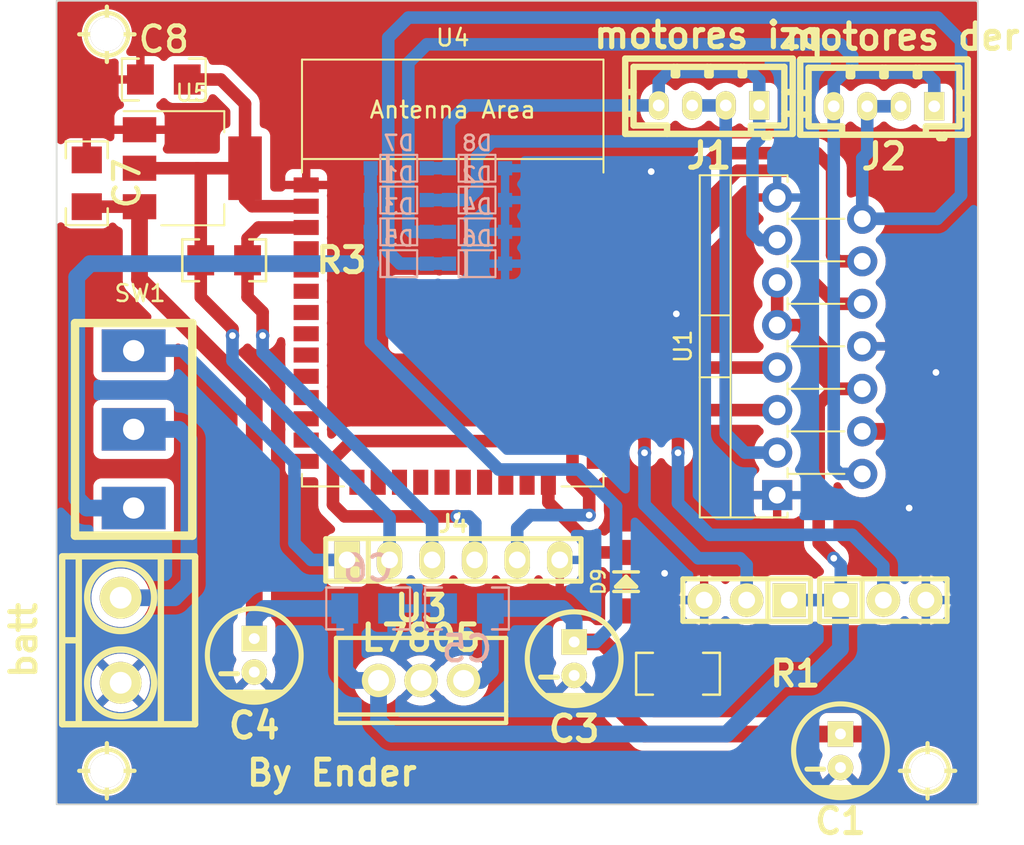
<source format=kicad_pcb>
(kicad_pcb (version 20221018) (generator pcbnew)
  (layers (0 "F.Cu" signal) (31 "B.Cu" signal) (34 "B.Paste" user) (35 "F.Paste" user) (36 "B.SilkS" user "B.Silkscreen") (37 "F.SilkS" user "F.Silkscreen") (38 "B.Mask" user) (39 "F.Mask" user) (44 "Edge.Cuts" user))
  (net 0 "")
  (net 1 "VCC")
  (net 2 "GND")
  (net 3 "+5V")
  (net 4 "+3.3V")
  (net 5 "Net-(D1-A)")
  (net 6 "Net-(D3-A)")
  (net 7 "Net-(D5-A)")
  (net 8 "Net-(D7-A)")
  (net 9 "/salida")
  (net 10 "/TX")
  (net 11 "/EN")
  (net 12 "/RX")
  (net 13 "Net-(SW1-B)")
  (net 14 "/Led_Izq")
  (net 15 "/Led_Der")
  (net 16 "/IN2")
  (net 17 "/IN1")
  (net 18 "/IN4")
  (net 19 "/IN3")
  (net 36 "Net-(D9-K)")
  (net 37 "Net-(D9-A)")
  (net 38 "unconnected-(U4-GND_THERMAL-Pad39)")
  (footprint "EESTN5:TO-220" (layer "F.Cu") (at 61.76 62.6 180)
    (fp_text reference "U3" (at 0 4.318) (layer "F.SilkS") (effects (font (size 1.524 1.524) (thickness 0.3048))))
    (fp_text value "L7805" (at 0 2.54) (layer "F.SilkS") (effects (font (size 1.524 1.524) (thickness 0.3048))))
    (pad "1" thru_hole circle (at -2.54 0 180) (size 2 2) (drill 1.24968) (layers "*.Cu" "*.Mask" "F.SilkS") (net 1 "VCC"))
    (pad "2" thru_hole circle (at 0 0 180) (size 2 2) (drill 1.24968) (layers "*.Cu" "*.Mask" "F.SilkS") (net 2 "GND"))
    (pad "3" thru_hole circle (at 2.54 0 180) (size 2 2) (drill 1.24968) (layers "*.Cu" "*.Mask" "F.SilkS") (net 3 "+5V"))
  )
  (footprint "EESTN5:CAP_ELEC_5x11mm" (layer "F.Cu") (at 51.8 61.1 180)
    (fp_text reference "C4" (at 0 -4.2) (layer "F.SilkS") (effects (font (size 1.524 1.524) (thickness 0.3048))))
    (fp_text value "10uF 16v" hide)
    (pad "1" thru_hole rect (at 0 1 180) (size 1.524 1.524) (drill 0.65) (layers "*.Cu" "*.Mask" "F.SilkS") (net 3 "+5V"))
    (pad "2" thru_hole circle (at 0 -1 180) (size 1.524 1.524) (drill 0.65) (layers "*.Cu" "*.Mask" "F.SilkS") (net 2 "GND"))
  )
  (footprint "EESTN5:SW_SPDT_TH_Vertical" (layer "F.Cu") (at 44.6 47.6)
    (fp_text reference "SW1" (at 0.381 -8.128 180) (layer "F.SilkS"))
    (fp_text value "SW_SPDT" hide)
    (pad "1" thru_hole rect (at 0 -4.7) (size 3.81 2.54) (drill 1.27) (layers "*.Cu" "*.Mask") (net 9 "/salida"))
    (pad "2" thru_hole rect (at 0 0) (size 3.81 2.54) (drill 1.27) (layers "*.Cu" "*.Mask") (net 13 "Net-(SW1-B)"))
    (pad "3" thru_hole rect (at 0 4.7) (size 3.81 2.54) (drill 1.27) (layers "*.Cu" "*.Mask") (net 1 "VCC"))
  )
  (footprint "Package_TO_SOT_THT:TO-220-15_P2.54x2.54mm_StaggerEven_Lead4.58mm_Vertical" (layer "F.Cu") (at 83.02 51.53 90)
    (fp_text reference "U1" (at 8.89 -5.62 90) (layer "F.SilkS"))
    (fp_text value "L298(H)N")
    (pad "1" thru_hole rect (at 0 0 90) (size 1.8 1.8) (drill 1) (layers "*.Cu" "*.Mask") (net 2 "GND"))
    (pad "2" thru_hole oval (at 1.27 5.08 90) (size 1.8 1.8) (drill 1) (layers "*.Cu" "*.Mask") (net 6 "Net-(D3-A)"))
    (pad "3" thru_hole oval (at 2.54 0 90) (size 1.8 1.8) (drill 1) (layers "*.Cu" "*.Mask") (net 5 "Net-(D1-A)"))
    (pad "4" thru_hole oval (at 3.81 5.08 90) (size 1.8 1.8) (drill 1) (layers "*.Cu" "*.Mask") (net 1 "VCC"))
    (pad "5" thru_hole oval (at 5.08 0 90) (size 1.8 1.8) (drill 1) (layers "*.Cu" "*.Mask") (net 16 "/IN2"))
    (pad "6" thru_hole oval (at 6.35 5.08 90) (size 1.8 1.8) (drill 1) (layers "*.Cu" "*.Mask") (net 3 "+5V"))
    (pad "7" thru_hole oval (at 7.62 0 90) (size 1.8 1.8) (drill 1) (layers "*.Cu" "*.Mask") (net 17 "/IN1"))
    (pad "8" thru_hole oval (at 8.89 5.08 90) (size 1.8 1.8) (drill 1) (layers "*.Cu" "*.Mask") (net 2 "GND"))
    (pad "9" thru_hole oval (at 10.16 0 90) (size 1.8 1.8) (drill 1) (layers "*.Cu" "*.Mask") (net 3 "+5V"))
    (pad "10" thru_hole oval (at 11.43 5.08 90) (size 1.8 1.8) (drill 1) (layers "*.Cu" "*.Mask") (net 18 "/IN4"))
    (pad "11" thru_hole oval (at 12.7 0 90) (size 1.8 1.8) (drill 1) (layers "*.Cu" "*.Mask") (net 3 "+5V"))
    (pad "12" thru_hole oval (at 13.97 5.08 90) (size 1.8 1.8) (drill 1) (layers "*.Cu" "*.Mask") (net 19 "/IN3"))
    (pad "13" thru_hole oval (at 15.24 0 90) (size 1.8 1.8) (drill 1) (layers "*.Cu" "*.Mask") (net 8 "Net-(D7-A)"))
    (pad "14" thru_hole oval (at 16.51 5.08 90) (size 1.8 1.8) (drill 1) (layers "*.Cu" "*.Mask") (net 7 "Net-(D5-A)"))
    (pad "15" thru_hole oval (at 17.78 0 90) (size 1.8 1.8) (drill 1) (layers "*.Cu" "*.Mask") (net 2 "GND"))
  )
  (footprint "EESTN5:hole_2mm" (layer "F.Cu") (at 43 24)
    (fp_text reference "hole_2mm" hide)
    (fp_text value "VAL**" hide)
    (pad "1" thru_hole circle (at 0 0) (size 1.99898 1.99898) (drill 1.99898) (layers "*.Cu" "F.SilkS"))
  )
  (footprint "EESTN5:JST-4V" (layer "F.Cu") (at 89.39772 28.3 180)
    (fp_text reference "J2" (at 0 -2.99974) (layer "F.SilkS") (effects (font (size 1.524 1.524) (thickness 0.3048))))
    (fp_text value "motores der" (at -1.1 4.14958) (layer "F.SilkS") (effects (font (size 1.524 1.524) (thickness 0.3048))))
    (pad "1" thru_hole rect (at -3.00228 0 180) (size 1.19888 1.69926) (drill 0.70104) (layers "*.Cu" "*.Mask" "F.SilkS") (net 6 "Net-(D3-A)"))
    (pad "2" thru_hole oval (at -1.00076 0 180) (size 1.19888 1.69926) (drill 0.70104) (layers "*.Cu" "*.Mask" "F.SilkS") (net 7 "Net-(D5-A)"))
    (pad "3" thru_hole oval (at 1.00076 0 180) (size 1.19888 1.69926) (drill 0.70104) (layers "*.Cu" "*.Mask" "F.SilkS") (net 7 "Net-(D5-A)"))
    (pad "4" thru_hole oval (at 2.99974 0 180) (size 1.19888 1.69926) (drill 0.70104) (layers "*.Cu" "*.Mask" "F.SilkS") (net 6 "Net-(D3-A)"))
  )
  (footprint "EESTN5:Pin_Strip_3" (layer "F.Cu") (at 89.36 57.8)
    (fp_text reference "J9" hide)
    (fp_text value "LED_izq" hide)
    (pad "1" thru_hole rect (at -2.54 0) (size 2 2) (drill 1) (layers "*.Cu" "*.Mask" "F.SilkS") (net 3 "+5V"))
    (pad "2" thru_hole oval (at 0 0) (size 2 2) (drill 1) (layers "*.Cu" "*.Mask" "F.SilkS") (net 15 "/Led_Der"))
    (pad "3" thru_hole oval (at 2.54 0) (size 2 2) (drill 1) (layers "*.Cu" "*.Mask" "F.SilkS") (net 2 "GND"))
  )
  (footprint "EESTN5:Pin_Strip_3" (layer "F.Cu") (at 81.2 57.8 180)
    (fp_text reference "J8" hide)
    (fp_text value "LED_izq" hide)
    (pad "1" thru_hole rect (at -2.54 0 180) (size 2 2) (drill 1) (layers "*.Cu" "*.Mask" "F.SilkS") (net 3 "+5V"))
    (pad "2" thru_hole oval (at 0 0 180) (size 2 2) (drill 1) (layers "*.Cu" "*.Mask" "F.SilkS") (net 14 "/Led_Izq"))
    (pad "3" thru_hole oval (at 2.54 0 180) (size 2 2) (drill 1) (layers "*.Cu" "*.Mask" "F.SilkS") (net 2 "GND"))
  )
  (footprint "EESTN5:LED_1206" (layer "F.Cu") (at 74 56.7 90)
    (fp_text reference "D9" (at 0 -1.651 90) (layer "F.SilkS") (effects (font (size 0.8001 0.8001) (thickness 0.14986))))
    (fp_text value "LED" hide)
    (pad "1" smd rect (at -1.74752 0 90) (size 1.4986 1.4986) (layers "F.Cu" "F.Paste" "F.Mask") (net 36 "Net-(D9-K)"))
    (pad "2" smd rect (at 1.74752 0 90) (size 1.4986 1.4986) (layers "F.Cu" "F.Paste" "F.Mask") (net 37 "Net-(D9-A)"))
  )
  (footprint "EESTN5:CAP_ELEC_5x11mm" (layer "F.Cu") (at 86.8 66.8 180)
    (fp_text reference "C1" (at 0 -4.2) (layer "F.SilkS") (effects (font (size 1.524 1.524) (thickness 0.3048))))
    (fp_text value "220uf" hide)
    (pad "1" thru_hole rect (at 0 1 180) (size 1.524 1.524) (drill 0.65) (layers "*.Cu" "*.Mask" "F.SilkS") (net 1 "VCC"))
    (pad "2" thru_hole circle (at 0 -1 180) (size 1.524 1.524) (drill 0.65) (layers "*.Cu" "*.Mask" "F.SilkS") (net 2 "GND"))
  )
  (footprint "EESTN5:hole_2mm" (layer "F.Cu") (at 92 68)
    (fp_text reference "hole_2mm" hide)
    (fp_text value "VAL**" hide)
    (pad "1" thru_hole circle (at 0 0) (size 1.99898 1.99898) (drill 1.99898) (layers "*.Cu" "F.SilkS"))
  )
  (footprint "EESTN5:Pin_Header_6" (layer "F.Cu") (at 63.69 55.4)
    (fp_text reference "J4" (at 0 -2.159) (layer "F.SilkS") (effects (font (size 1.016 1.016) (thickness 0.2032))))
    (fp_text value "esp32 usb y batt" hide)
    (pad "1" thru_hole rect (at -6.35 0) (size 1.524 2.19964) (drill 1.00076) (layers "*.Cu" "*.Mask" "F.SilkS") (net 9 "/salida"))
    (pad "2" thru_hole oval (at -3.81 0) (size 1.524 2.19964) (drill 1.00076) (layers "*.Cu" "*.Mask" "F.SilkS") (net 4 "+3.3V"))
    (pad "3" thru_hole oval (at -1.27 0) (size 1.524 2.19964) (drill 1.00076) (layers "*.Cu" "*.Mask" "F.SilkS") (net 11 "/EN"))
    (pad "4" thru_hole oval (at 1.27 0) (size 1.524 2.19964) (drill 1.00076) (layers "*.Cu" "*.Mask" "F.SilkS") (net 10 "/TX"))
    (pad "5" thru_hole oval (at 3.81 0) (size 1.524 2.19964) (drill 1.00076) (layers "*.Cu" "*.Mask" "F.SilkS") (net 12 "/RX"))
    (pad "6" thru_hole oval (at 6.35 0) (size 1.524 2.19964) (drill 1.00076) (layers "*.Cu" "*.Mask" "F.SilkS") (net 2 "GND"))
  )
  (footprint "EESTN5:BORNERA2_AZUL" (layer "F.Cu") (at 43.82375 60.2 -90)
    (fp_text reference "J6" hide)
    (fp_text value "batt" (at 0 5.8 90) (layer "F.SilkS") (effects (font (size 1.5 1.5) (thickness 0.3))))
    (pad "1" thru_hole circle (at -2.54 0 270) (size 2.5 2.5) (drill 1.3) (layers "*.Cu" "*.Mask" "F.SilkS") (net 13 "Net-(SW1-B)"))
    (pad "2" thru_hole circle (at 2.54 0 270) (size 2.5 2.5) (drill 1.3) (layers "*.Cu" "*.Mask" "F.SilkS") (net 2 "GND"))
  )
  (footprint "EESTN5:C_1206" (layer "F.Cu") (at 46.4 26.7)
    (fp_text reference "C8" (at 0 -2.4) (layer "F.SilkS") (effects (font (size 1.524 1.524) (thickness 0.254))))
    (fp_text value "22uF" hide)
    (pad "1" smd rect (at 1.397 0) (size 1.6002 1.8034) (layers "F.Cu" "F.Paste" "F.Mask") (net 4 "+3.3V"))
    (pad "2" smd rect (at -1.397 0) (size 1.6002 1.8034) (layers "F.Cu" "F.Paste" "F.Mask") (net 2 "GND"))
  )
  (footprint "EESTN5:R_1206" (layer "F.Cu") (at 50.003 37.5 180)
    (fp_text reference "R3" (at -7 0) (layer "F.SilkS") (effects (font (size 1.5 1.5) (thickness 0.3))))
    (fp_text value "10k" hide)
    (pad "1" smd rect (at 1.397 0 180) (size 1.6002 1.8034) (layers "F.Cu" "F.Paste" "F.Mask") (net 4 "+3.3V"))
    (pad "2" smd rect (at -1.397 0 180) (size 1.6002 1.8034) (layers "F.Cu" "F.Paste" "F.Mask") (net 11 "/EN"))
  )
  (footprint "Espressif:ESP32-WROOM-32E" (layer "F.Cu") (at 63.65 40.01)
    (fp_text reference "U4" (at 0 -15.8) (layer "F.SilkS"))
    (fp_text value "ESP32-WROOM-E")
    (fp_text user "Antenna Area" (at 0 -11.5) (layer "F.SilkS"))
    (pad "1" smd rect (at -8.75 -7.01) (size 1.5 0.9) (layers "F.Cu" "F.Paste" "F.Mask") (net 2 "GND"))
    (pad "2" smd rect (at -8.75 -5.74) (size 1.5 0.9) (layers "F.Cu" "F.Paste" "F.Mask") (net 4 "+3.3V"))
    (pad "3" smd rect (at -8.75 -4.47) (size 1.5 0.9) (layers "F.Cu" "F.Paste" "F.Mask") (net 11 "/EN"))
    (pad "4" smd rect (at -8.75 -3.2) (size 1.5 0.9) (layers "F.Cu" "F.Paste" "F.Mask"))
    (pad "5" smd rect (at -8.75 -1.93) (size 1.5 0.9) (layers "F.Cu" "F.Paste" "F.Mask"))
    (pad "6" smd rect (at -8.75 -0.66) (size 1.5 0.9) (layers "F.Cu" "F.Paste" "F.Mask"))
    (pad "7" smd rect (at -8.75 0.61) (size 1.5 0.9) (layers "F.Cu" "F.Paste" "F.Mask"))
    (pad "8" smd rect (at -8.75 1.88) (size 1.5 0.9) (layers "F.Cu" "F.Paste" "F.Mask"))
    (pad "9" smd rect (at -8.75 3.15) (size 1.5 0.9) (layers "F.Cu" "F.Paste" "F.Mask"))
    (pad "10" smd rect (at -8.75 4.42) (size 1.5 0.9) (layers "F.Cu" "F.Paste" "F.Mask"))
    (pad "11" smd rect (at -8.75 5.69) (size 1.5 0.9) (layers "F.Cu" "F.Paste" "F.Mask"))
    (pad "12" smd rect (at -8.75 6.96) (size 1.5 0.9) (layers "F.Cu" "F.Paste" "F.Mask"))
    (pad "13" smd rect (at -8.75 8.23) (size 1.5 0.9) (layers "F.Cu" "F.Paste" "F.Mask"))
    (pad "14" smd rect (at -8.75 9.5) (size 1.5 0.9) (layers "F.Cu" "F.Paste" "F.Mask"))
    (pad "15" smd rect (at -5.72 10.75 90) (size 1.5 0.9) (layers "F.Cu" "F.Paste" "F.Mask") (net 2 "GND"))
    (pad "16" smd rect (at -4.45 10.75 90) (size 1.5 0.9) (layers "F.Cu" "F.Paste" "F.Mask"))
    (pad "17" smd rect (at -3.18 10.75 90) (size 1.5 0.9) (layers "F.Cu" "F.Paste" "F.Mask"))
    (pad "18" smd rect (at -1.91 10.75 90) (size 1.5 0.9) (layers "F.Cu" "F.Paste" "F.Mask"))
    (pad "19" smd rect (at -0.64 10.75 90) (size 1.5 0.9) (layers "F.Cu" "F.Paste" "F.Mask"))
    (pad "20" smd rect (at 0.63 10.75 90) (size 1.5 0.9) (layers "F.Cu" "F.Paste" "F.Mask"))
    (pad "21" smd rect (at 1.9 10.75 90) (size 1.5 0.9) (layers "F.Cu" "F.Paste" "F.Mask"))
    (pad "22" smd rect (at 3.17 10.75 90) (size 1.5 0.9) (layers "F.Cu" "F.Paste" "F.Mask"))
    (pad "23" smd rect (at 4.44 10.75 90) (size 1.5 0.9) (layers "F.Cu" "F.Paste" "F.Mask"))
    (pad "24" smd rect (at 5.71 10.75 90) (size 1.5 0.9) (layers "F.Cu" "F.Paste" "F.Mask") (net 37 "Net-(D9-A)"))
    (pad "25" smd rect (at 8.75 9.5 180) (size 1.5 0.9) (layers "F.Cu" "F.Paste" "F.Mask") (net 2 "GND"))
    (pad "26" smd rect (at 8.75 8.23 180) (size 1.5 0.9) (layers "F.Cu" "F.Paste" "F.Mask"))
    (pad "27" smd rect (at 8.75 6.96 180) (size 1.5 0.9) (layers "F.Cu" "F.Paste" "F.Mask") (net 14 "/Led_Izq"))
    (pad "28" smd rect (at 8.75 5.69 180) (size 1.5 0.9) (layers "F.Cu" "F.Paste" "F.Mask") (net 15 "/Led_Der"))
    (pad "29" smd rect (at 8.75 4.42 180) (size 1.5 0.9) (layers "F.Cu" "F.Paste" "F.Mask"))
    (pad "30" smd rect (at 8.75 3.15 180) (size 1.5 0.9) (layers "F.Cu" "F.Paste" "F.Mask") (net 16 "/IN2"))
    (pad "31" smd rect (at 8.75 1.88 180) (size 1.5 0.9) (layers "F.Cu" "F.Paste" "F.Mask") (net 17 "/IN1"))
    (pad "32" smd rect (at 8.75 0.61 180) (size 1.5 0.9) (layers "F.Cu" "F.Paste" "F.Mask"))
    (pad "33" smd rect (at 8.75 -0.66 180) (size 1.5 0.9) (layers "F.Cu" "F.Paste" "F.Mask") (net 18 "/IN4"))
    (pad "34" smd rect (at 8.75 -1.93 180) (size 1.5 0.9) (layers "F.Cu" "F.Paste" "F.Mask") (net 12 "/RX"))
    (pad "35" smd rect (at 8.75 -3.2 180) (size 1.5 0.9) (layers "F.Cu" "F.Paste" "F.Mask") (net 10 "/TX"))
    (pad "36" smd rect (at 8.75 -4.47 180) (size 1.5 0.9) (layers "F.Cu" "F.Paste" "F.Mask") (net 19 "/IN3"))
    (pad "37" smd rect (at 8.75 -5.74 180) (size 1.5 0.9) (layers "F.Cu" "F.Paste" "F.Mask"))
    (pad "38" smd rect (at 8.75 -7.01 180) (size 1.5 0.9) (layers "F.Cu" "F.Paste" "F.Mask") (net 2 "GND"))
    (pad "39" smd rect (at -2.9 -0.69 180) (size 0.9 0.9) (layers "F.Cu" "F.Paste" "F.Mask") (net 38 "unconnected-(U4-GND_THERMAL-Pad39)"))
    (pad "39" smd rect (at -2.9 0.71 180) (size 0.9 0.9) (layers "F.Cu" "F.Paste" "F.Mask") (net 38 "unconnected-(U4-GND_THERMAL-Pad39)"))
    (pad "39" smd rect (at -2.9 2.11 180) (size 0.9 0.9) (layers "F.Cu" "F.Paste" "F.Mask") (net 38 "unconnected-(U4-GND_THERMAL-Pad39)"))
    (pad "39" smd rect (at -1.5 -0.69 180) (size 0.9 0.9) (layers "F.Cu" "F.Paste" "F.Mask") (net 38 "unconnected-(U4-GND_THERMAL-Pad39)"))
    (pad "39" smd rect (at -1.5 0.71 180) (size 0.9 0.9) (layers "F.Cu" "F.Paste" "F.Mask") (net 38 "unconnected-(U4-GND_THERMAL-Pad39)"))
    (pad "39" smd rect (at -1.5 2.11 180) (size 0.9 0.9) (layers "F.Cu" "F.Paste" "F.Mask") (net 38 "unconnected-(U4-GND_THERMAL-Pad39)"))
    (pad "39" smd rect (at -0.1 -0.69 180) (size 0.9 0.9) (layers "F.Cu" "F.Paste" "F.Mask") (net 38 "unconnected-(U4-GND_THERMAL-Pad39)"))
    (pad "39" smd rect (at -0.1 0.71 180) (size 0.9 0.9) (layers "F.Cu" "F.Paste" "F.Mask") (net 38 "unconnected-(U4-GND_THERMAL-Pad39)"))
    (pad "39" smd rect (at -0.1 2.11 180) (size 0.9 0.9) (layers "F.Cu" "F.Paste" "F.Mask") (net 38 "unconnected-(U4-GND_THERMAL-Pad39)"))
  )
  (footprint "Package_TO_SOT_SMD:SOT-223-3_TabPin2" (layer "F.Cu") (at 48.1 32)
    (fp_text reference "U5" (at 0 -4.5) (layer "F.SilkS"))
    (fp_text value "AMS1117-3.3")
    (pad "1" smd rect (at -3.15 -2.3) (size 2 1.5) (layers "F.Cu" "F.Paste" "F.Mask") (net 2 "GND"))
    (pad "2" smd rect (at -3.15 0) (size 2 1.5) (layers "F.Cu" "F.Paste" "F.Mask") (net 4 "+3.3V"))
    (pad "2" smd rect (at 3.15 0) (size 2 3.8) (layers "F.Cu" "F.Paste" "F.Mask") (net 4 "+3.3V"))
    (pad "3" smd rect (at -3.15 2.3) (size 2 1.5) (layers "F.Cu" "F.Paste" "F.Mask") (net 3 "+5V"))
  )
  (footprint "EESTN5:JST-4V" (layer "F.Cu") (at 78.94873 28.24899 180)
    (fp_text reference "J1" (at 0 -2.99974) (layer "F.SilkS") (effects (font (size 1.524 1.524) (thickness 0.3048))))
    (fp_text value "motores izq" (at 0 4.20116) (layer "F.SilkS") (effects (font (size 1.524 1.524) (thickness 0.3048))))
    (pad "1" thru_hole rect (at -3.00228 0 180) (size 1.19888 1.69926) (drill 0.70104) (layers "*.Cu" "*.Mask" "F.SilkS") (net 8 "Net-(D7-A)"))
    (pad "2" thru_hole oval (at -1.00076 0 180) (size 1.19888 1.69926) (drill 0.70104) (layers "*.Cu" "*.Mask" "F.SilkS") (net 5 "Net-(D1-A)"))
    (pad "3" thru_hole oval (at 1.00076 0 180) (size 1.19888 1.69926) (drill 0.70104) (layers "*.Cu" "*.Mask" "F.SilkS") (net 5 "Net-(D1-A)"))
    (pad "4" thru_hole oval (at 2.99974 0 180) (size 1.19888 1.69926) (drill 0.70104) (layers "*.Cu" "*.Mask" "F.SilkS") (net 8 "Net-(D7-A)"))
  )
  (footprint "EESTN5:hole_2mm" (layer "F.Cu") (at 43 68)
    (fp_text reference "hole_2mm" hide)
    (fp_text value "VAL**" hide)
    (pad "1" thru_hole circle (at 0 0) (size 1.99898 1.99898) (drill 1.99898) (layers "*.Cu" "F.SilkS"))
  )
  (footprint "EESTN5:R_1206" (layer "F.Cu") (at 77.1 62.2 180)
    (fp_text reference "R1" (at -7 0) (layer "F.SilkS") (effects (font (size 1.5 1.5) (thickness 0.3))))
    (fp_text value "220" hide)
    (pad "1" smd rect (at 1.397 0 180) (size 1.6002 1.8034) (layers "F.Cu" "F.Paste" "F.Mask") (net 36 "Net-(D9-K)"))
    (pad "2" smd rect (at -1.397 0 180) (size 1.6002 1.8034) (layers "F.Cu" "F.Paste" "F.Mask") (net 2 "GND"))
  )
  (footprint "EESTN5:CAP_ELEC_5x11mm" (layer "F.Cu") (at 70.9 61.3 180)
    (fp_text reference "C3" (at 0 -4.2) (layer "F.SilkS") (effects (font (size 1.524 1.524) (thickness 0.3048))))
    (fp_text value "100uF 25v" hide)
    (pad "1" thru_hole rect (at 0 1 180) (size 1.524 1.524) (drill 0.65) (layers "*.Cu" "*.Mask" "F.SilkS") (net 1 "VCC"))
    (pad "2" thru_hole circle (at 0 -1 180) (size 1.524 1.524) (drill 0.65) (layers "*.Cu" "*.Mask" "F.SilkS") (net 2 "GND"))
  )
  (footprint "EESTN5:C_1206" (layer "F.Cu") (at 41.8 32.9 -90)
    (fp_text reference "C7" (at 0 -2.4 90) (layer "F.SilkS") (effects (font (size 1.524 1.524) (thickness 0.254))))
    (fp_text value "10uF" hide)
    (pad "1" smd rect (at 1.397 0 270) (size 1.6002 1.8034) (layers "F.Cu" "F.Paste" "F.Mask") (net 3 "+5V"))
    (pad "2" smd rect (at -1.397 0 270) (size 1.6002 1.8034) (layers "F.Cu" "F.Paste" "F.Mask") (net 2 "GND"))
  )
  (footprint "EESTN5:sod123" (layer "B.Cu") (at 60.42614 35.8 180)
    (fp_text reference "D3" (at 0 1.5) (layer "B.SilkS") (effects (font (size 0.9144 0.9144) (thickness 0.1524)) (justify mirror)))
    (fp_text value "1n4001" hide)
    (pad "1" smd rect (at -1.67386 0 180) (size 0.8509 0.8509) (layers "B.Cu" "B.Paste" "B.Mask") (net 6 "Net-(D3-A)"))
    (pad "2" smd rect (at 1.67386 0 180) (size 0.8509 0.8509) (layers "B.Cu" "B.Paste" "B.Mask") (net 1 "VCC"))
  )
  (footprint "EESTN5:sod123" (layer "B.Cu") (at 60.42614 32 180)
    (fp_text reference "D7" (at 0 1.5) (layer "B.SilkS") (effects (font (size 0.9144 0.9144) (thickness 0.1524)) (justify mirror)))
    (fp_text value "1n4001" hide)
    (pad "1" smd rect (at -1.67386 0 180) (size 0.8509 0.8509) (layers "B.Cu" "B.Paste" "B.Mask") (net 8 "Net-(D7-A)"))
    (pad "2" smd rect (at 1.67386 0 180) (size 0.8509 0.8509) (layers "B.Cu" "B.Paste" "B.Mask") (net 1 "VCC"))
  )
  (footprint "EESTN5:sod123" (layer "B.Cu") (at 60.42614 33.9 180)
    (fp_text reference "D1" (at 0 1.5) (layer "B.SilkS") (effects (font (size 0.9144 0.9144) (thickness 0.1524)) (justify mirror)))
    (fp_text value "1n4001" hide)
    (pad "1" smd rect (at -1.67386 0 180) (size 0.8509 0.8509) (layers "B.Cu" "B.Paste" "B.Mask") (net 5 "Net-(D1-A)"))
    (pad "2" smd rect (at 1.67386 0 180) (size 0.8509 0.8509) (layers "B.Cu" "B.Paste" "B.Mask") (net 1 "VCC"))
  )
  (footprint "EESTN5:sod123" (layer "B.Cu") (at 65.1 37.7 180)
    (fp_text reference "D6" (at 0 1.5) (layer "B.SilkS") (effects (font (size 0.9144 0.9144) (thickness 0.1524)) (justify mirror)))
    (fp_text value "1n4001" hide)
    (pad "1" smd rect (at -1.67386 0 180) (size 0.8509 0.8509) (layers "B.Cu" "B.Paste" "B.Mask") (net 2 "GND"))
    (pad "2" smd rect (at 1.67386 0 180) (size 0.8509 0.8509) (layers "B.Cu" "B.Paste" "B.Mask") (net 7 "Net-(D5-A)"))
  )
  (footprint "EESTN5:C_1206" (layer "B.Cu") (at 64.5 58.3)
    (fp_text reference "C5" (at 0 2.4) (layer "B.SilkS") (effects (font (size 1.524 1.524) (thickness 0.254)) (justify mirror)))
    (fp_text value "100nF" hide)
    (pad "1" smd rect (at 1.397 0) (size 1.6002 1.8034) (layers "B.Cu" "B.Paste" "B.Mask") (net 1 "VCC"))
    (pad "2" smd rect (at -1.397 0) (size 1.6002 1.8034) (layers "B.Cu" "B.Paste" "B.Mask") (net 2 "GND"))
  )
  (footprint "EESTN5:sod123" (layer "B.Cu") (at 65.1 33.9 180)
    (fp_text reference "D2" (at 0 1.5) (layer "B.SilkS") (effects (font (size 0.9144 0.9144) (thickness 0.1524)) (justify mirror)))
    (fp_text value "1n4001" hide)
    (pad "1" smd rect (at -1.67386 0 180) (size 0.8509 0.8509) (layers "B.Cu" "B.Paste" "B.Mask") (net 2 "GND"))
    (pad "2" smd rect (at 1.67386 0 180) (size 0.8509 0.8509) (layers "B.Cu" "B.Paste" "B.Mask") (net 5 "Net-(D1-A)"))
  )
  (footprint "EESTN5:sod123" (layer "B.Cu") (at 60.42614 37.7 180)
    (fp_text reference "D5" (at 0 1.5) (layer "B.SilkS") (effects (font (size 0.9144 0.9144) (thickness 0.1524)) (justify mirror)))
    (fp_text value "1n4001" hide)
    (pad "1" smd rect (at -1.67386 0 180) (size 0.8509 0.8509) (layers "B.Cu" "B.Paste" "B.Mask") (net 7 "Net-(D5-A)"))
    (pad "2" smd rect (at 1.67386 0 180) (size 0.8509 0.8509) (layers "B.Cu" "B.Paste" "B.Mask") (net 1 "VCC"))
  )
  (footprint "EESTN5:sod123" (layer "B.Cu") (at 65.1 32 180)
    (fp_text reference "D8" (at 0 1.5) (layer "B.SilkS") (effects (font (size 0.9144 0.9144) (thickness 0.1524)) (justify mirror)))
    (fp_text value "1n4001" hide)
    (pad "1" smd rect (at -1.67386 0 180) (size 0.8509 0.8509) (layers "B.Cu" "B.Paste" "B.Mask") (net 2 "GND"))
    (pad "2" smd rect (at 1.67386 0 180) (size 0.8509 0.8509) (layers "B.Cu" "B.Paste" "B.Mask") (net 8 "Net-(D7-A)"))
  )
  (footprint "EESTN5:C_1206" (layer "B.Cu") (at 58.6 58.3 180)
    (fp_text reference "C6" (at 0 2.4) (layer "B.SilkS") (effects (font (size 1.524 1.524) (thickness 0.254)) (justify mirror)))
    (fp_text value "100nF" hide)
    (pad "1" smd rect (at 1.397 0 180) (size 1.6002 1.8034) (layers "B.Cu" "B.Paste" "B.Mask") (net 3 "+5V"))
    (pad "2" smd rect (at -1.397 0 180) (size 1.6002 1.8034) (layers "B.Cu" "B.Paste" "B.Mask") (net 2 "GND"))
  )
  (footprint "EESTN5:sod123" (layer "B.Cu") (at 65.1 35.8 180)
    (fp_text reference "D4" (at 0 1.5) (layer "B.SilkS") (effects (font (size 0.9144 0.9144) (thickness 0.1524)) (justify mirror)))
    (fp_text value "1n4001" hide)
    (pad "1" smd rect (at -1.67386 0 180) (size 0.8509 0.8509) (layers "B.Cu" "B.Paste" "B.Mask") (net 2 "GND"))
    (pad "2" smd rect (at 1.67386 0 180) (size 0.8509 0.8509) (layers "B.Cu" "B.Paste" "B.Mask") (net 6 "Net-(D3-A)"))
  )
  (gr_rect (start 40 22) (end 95 70) (stroke (width 0.1)) (fill none) (layer "Edge.Cuts"))
  (gr_text "By Ender" (at 51.2 69) (layer "F.SilkS") (effects (font (size 1.5 1.5) (thickness 0.3) bold) (justify left bottom)))
  (segment (start 72.6 60.3) (end 73.6 61.3) (width 1) (layer "F.Cu") (net 1))
  (segment (start 73.6 64.3) (end 75.1 65.8) (width 1) (layer "F.Cu") (net 1))
  (segment (start 86.8 65.8) (end 89.8 65.8) (width 1) (layer "F.Cu") (net 1))
  (segment (start 70.9 60.3) (end 72.6 60.3) (width 1) (layer "F.Cu") (net 1))
  (segment (start 92.82 47.72) (end 88.1 47.72) (width 1) (layer "F.Cu") (net 1))
  (segment (start 89.8 65.8) (end 94.2 61.4) (width 1) (layer "F.Cu") (net 1))
  (segment (start 94.2 61.4) (end 94.2 49.1) (width 1) (layer "F.Cu") (net 1))
  (segment (start 73.6 61.3) (end 73.6 64.3) (width 1) (layer "F.Cu") (net 1))
  (segment (start 94.2 49.1) (end 92.82 47.72) (width 1) (layer "F.Cu") (net 1))
  (segment (start 75.1 65.8) (end 86.8 65.8) (width 1) (layer "F.Cu") (net 1))
  (segment (start 64.3 62.6) (end 65.3 62.6) (width 1) (layer "B.Cu") (net 1))
  (segment (start 73.4 59.1) (end 72.2 60.3) (width 0.75) (layer "B.Cu") (net 1))
  (segment (start 42 37.7) (end 41.2 38.5) (width 1) (layer "B.Cu") (net 1))
  (segment (start 41.8 52.3) (end 44.6 52.3) (width 1) (layer "B.Cu") (net 1))
  (segment (start 58.75228 42.35228) (end 66.4 50) (width 0.75) (layer "B.Cu") (net 1))
  (segment (start 66.4 50) (end 71.2 50) (width 0.75) (layer "B.Cu") (net 1))
  (segment (start 58.75228 37.7) (end 58.75228 42.35228) (width 0.75) (layer "B.Cu") (net 1))
  (segment (start 70.9 59) (end 70.9 60.3) (width 1) (layer "B.Cu") (net 1))
  (segment (start 41.2 51.7) (end 41.8 52.3) (width 1) (layer "B.Cu") (net 1))
  (segment (start 70.2 58.3) (end 70.9 59) (width 1) (layer "B.Cu") (net 1))
  (segment (start 41.2 38.5) (end 41.2 51.7) (width 1) (layer "B.Cu") (net 1))
  (segment (start 73.4 52.2) (end 73.4 59.1) (width 0.75) (layer "B.Cu") (net 1))
  (segment (start 65.897 58.3) (end 70.2 58.3) (width 1) (layer "B.Cu") (net 1))
  (segment (start 65.897 62.003) (end 65.897 58.3) (width 1) (layer "B.Cu") (net 1))
  (segment (start 65.3 62.6) (end 65.897 62.003) (width 1) (layer "B.Cu") (net 1))
  (segment (start 71.2 50) (end 73.4 52.2) (width 0.75) (layer "B.Cu") (net 1))
  (segment (start 58.75228 37.7) (end 58.75228 32) (width 0.75) (layer "B.Cu") (net 1))
  (segment (start 58.75228 37.7) (end 42 37.7) (width 1) (layer "B.Cu") (net 1))
  (segment (start 72.2 60.3) (end 70.9 60.3) (width 0.75) (layer "B.Cu") (net 1))
  (via (at 77 40.7) (size 0.8) (drill 0.4) (layers "F.Cu" "B.Cu") (net 2))
  (via (at 76.3 56.2) (size 0.8) (drill 0.4) (layers "F.Cu" "B.Cu") (net 2))
  (via (at 75.5 32.2) (size 0.8) (drill 0.4) (layers "F.Cu" "B.Cu") (net 2))
  (via (at 90.9 52.3) (size 0.8) (drill 0.4) (layers "F.Cu" "B.Cu") (net 2))
  (via (at 92.5 44.2) (size 0.8) (drill 0.4) (layers "F.Cu" "B.Cu") (net 2))
  (segment (start 85.7 44.5) (end 86.38 45.18) (width 0.75) (layer "F.Cu") (net 3))
  (segment (start 41.8 34.297) (end 44.947 34.297) (width 0.75) (layer "F.Cu") (net 3))
  (segment (start 44.95 34.3) (end 44.95 38.65) (width 1) (layer "F.Cu") (net 3))
  (segment (start 83.02 41.37) (end 83.02 38.83) (width 0.75) (layer "F.Cu") (net 3))
  (segment (start 86.42 45.18) (end 88.1 45.18) (width 0.75) (layer "F.Cu") (net 3))
  (segment (start 44.95 38.65) (end 51.8 45.5) (width 1) (layer "F.Cu") (net 3))
  (segment (start 86.4 55.3) (end 85.5 54.4) (width 0.75) (layer "F.Cu") (net 3))
  (segment (start 84.37 41.37) (end 85.7 42.7) (width 0.75) (layer "F.Cu") (net 3))
  (segment (start 44.947 34.297) (end 44.95 34.3) (width 0.75) (layer "F.Cu") (net 3))
  (segment (start 85.7 42.7) (end 85.7 44.5) (width 0.75) (layer "F.Cu") (net 3))
  (segment (start 85.5 46.1) (end 86.42 45.18) (width 0.75) (layer "F.Cu") (net 3))
  (segment (start 86.38 45.18) (end 88.1 45.18) (width 0.75) (layer "F.Cu") (net 3))
  (segment (start 85.5 54.4) (end 85.5 46.1) (width 0.75) (layer "F.Cu") (net 3))
  (segment (start 83.02 41.37) (end 84.37 41.37) (width 0.75) (layer "F.Cu") (net 3))
  (segment (start 51.8 45.5) (end 51.8 60.1) (width 1) (layer "F.Cu") (net 3))
  (via (at 86.4 55.3) (size 0.8) (drill 0.4) (layers "F.Cu" "B.Cu") (net 3))
  (segment (start 86.4 55.3) (end 86.82 55.72) (width 0.75) (layer "B.Cu") (net 3))
  (segment (start 59.22 65.02) (end 60 65.8) (width 1) (layer "B.Cu") (net 3))
  (segment (start 57.203 62.003) (end 57.203 58.3) (width 1) (layer "B.Cu") (net 3))
  (segment (start 59.22 62.6) (end 57.8 62.6) (width 1) (layer "B.Cu") (net 3))
  (segment (start 83.74 57.8) (end 86.82 57.8) (width 0.75) (layer "B.Cu") (net 3))
  (segment (start 85 62.5) (end 86.8 60.7) (width 1) (layer "B.Cu") (net 3))
  (segment (start 83.3 62.5) (end 85 62.5) (width 1) (layer "B.Cu") (net 3))
  (segment (start 51.8 58.9) (end 51.8 60.1) (width 1) (layer "B.Cu") (net 3))
  (segment (start 60 65.8) (end 80 65.8) (width 1) (layer "B.Cu") (net 3))
  (segment (start 86.8 60.7) (end 86.8 57.82) (width 1) (layer "B.Cu") (net 3))
  (segment (start 57.8 62.6) (end 57.203 62.003) (width 1) (layer "B.Cu") (net 3))
  (segment (start 52.4 58.3) (end 51.8 58.9) (width 1) (layer "B.Cu") (net 3))
  (segment (start 86.82 55.72) (end 86.82 57.8) (width 0.75) (layer "B.Cu") (net 3))
  (segment (start 80 65.8) (end 83.3 62.5) (width 1) (layer "B.Cu") (net 3))
  (segment (start 59.22 62.6) (end 59.22 65.02) (width 1) (layer "B.Cu") (net 3))
  (segment (start 86.8 57.82) (end 86.82 57.8) (width 1) (layer "B.Cu") (net 3))
  (segment (start 57.203 58.3) (end 52.4 58.3) (width 1) (layer "B.Cu") (net 3))
  (segment (start 51.25 33.85) (end 51.25 32) (width 0.75) (layer "F.Cu") (net 4))
  (segment (start 48.606 32.206) (end 48.606 37.5) (width 0.75) (layer "F.Cu") (net 4))
  (segment (start 54.9 34.27) (end 51.67 34.27) (width 0.75) (layer "F.Cu") (net 4))
  (segment (start 51.25 32) (end 51.25 28.15) (width 0.75) (layer "F.Cu") (net 4))
  (segment (start 48.606 39.706) (end 48.606 37.5) (width 0.75) (layer "F.Cu") (net 4))
  (segment (start 44.95 32) (end 48.4 32) (width 0.75) (layer "F.Cu") (net 4))
  (segment (start 48.4 32) (end 51.25 32) (width 0.75) (layer "F.Cu") (net 4))
  (segment (start 51.25 28.15) (end 49.8 26.7) (width 0.75) (layer "F.Cu") (net 4))
  (segment (start 50.5 41.6) (end 48.606 39.706) (width 0.75) (layer "F.Cu") (net 4))
  (segment (start 51.67 34.27) (end 51.25 33.85) (width 0.75) (layer "F.Cu") (net 4))
  (segment (start 50.5 42) (end 50.5 41.6) (width 0.75) (layer "F.Cu") (net 4))
  (segment (start 48.4 32) (end 48.606 32.206) (width 0.75) (layer "F.Cu") (net 4))
  (segment (start 49.8 26.7) (end 47.797 26.7) (width 0.75) (layer "F.Cu") (net 4))
  (via (at 50.5 42) (size 0.8) (drill 0.4) (layers "F.Cu" "B.Cu") (net 4))
  (segment (start 59.88 55.4) (end 59.88 52.88) (width 0.75) (layer "B.Cu") (net 4))
  (segment (start 50.5 43.5) (end 50.5 42) (width 0.75) (layer "B.Cu") (net 4))
  (segment (start 59.88 52.88) (end 50.5 43.5) (width 0.75) (layer "B.Cu") (net 4))
  (segment (start 79.94949 30.2) (end 79.94949 31.8) (width 0.75) (layer "B.Cu") (net 5))
  (segment (start 79.94949 28.24899) (end 79.94949 30.2) (width 0.75) (layer "B.Cu") (net 5))
  (segment (start 79.94949 47.84949) (end 81.09 48.99) (width 0.75) (layer "B.Cu") (net 5))
  (segment (start 79.74949 30.4) (end 79.94949 30.2) (width 0.75) (layer "B.Cu") (net 5))
  (segment (start 64.5 33.9) (end 65.1 33.3) (width 0.75) (layer "B.Cu") (net 5))
  (segment (start 77.94797 28.24899) (end 79.94949 28.24899) (width 0.75) (layer "B.Cu") (net 5))
  (segment (start 79.94949 31.8) (end 79.94949 47.84949) (width 0.75) (layer "B.Cu") (net 5))
  (segment (start 63.42614 33.9) (end 64.5 33.9) (width 0.75) (layer "B.Cu") (net 5))
  (segment (start 62.1 33.9) (end 63.42614 33.9) (width 0.75) (layer "B.Cu") (net 5))
  (segment (start 65.1 31.3) (end 66 30.4) (width 0.75) (layer "B.Cu") (net 5))
  (segment (start 81.09 48.99) (end 83.02 48.99) (width 0.75) (layer "B.Cu") (net 5))
  (segment (start 65.1 33.3) (end 65.1 31.3) (width 0.75) (layer "B.Cu") (net 5))
  (segment (start 66 30.4) (end 79.74949 30.4) (width 0.75) (layer "B.Cu") (net 5))
  (segment (start 86.39798 49.89798) (end 86.39798 28.3) (width 0.75) (layer "B.Cu") (net 6))
  (segment (start 92.4 26.8) (end 92.4 28.3) (width 0.75) (layer "B.Cu") (net 6))
  (segment (start 86.39798 28.3) (end 86.39798 26.90202) (width 0.75) (layer "B.Cu") (net 6))
  (segment (start 62.1 24.6) (end 86.8 24.6) (width 0.75) (layer "B.Cu") (net 6))
  (segment (start 86.8 24.6) (end 87.5 25.3) (width 0.75) (layer "B.Cu") (net 6))
  (segment (start 86.39798 26.90202) (end 87 26.3) (width 0.75) (layer "B.Cu") (net 6))
  (segment (start 61.2 35.8) (end 61 35.6) (width 0.75) (layer "B.Cu") (net 6))
  (segment (start 86.76 50.26) (end 86.39798 49.89798) (width 0.75) (layer "B.Cu") (net 6))
  (segment (start 91.9 26.3) (end 92.4 26.8) (width 0.75) (layer "B.Cu") (net 6))
  (segment (start 62.1 35.8) (end 61.2 35.8) (width 0.75) (layer "B.Cu") (net 6))
  (segment (start 87.5 26.3) (end 91.9 26.3) (width 0.75) (layer "B.Cu") (net 6))
  (segment (start 62.1 35.8) (end 63.42614 35.8) (width 0.75) (layer "B.Cu") (net 6))
  (segment (start 61 35.6) (end 61 25.7) (width 0.75) (layer "B.Cu") (net 6))
  (segment (start 87.5 25.3) (end 87.5 26.3) (width 0.75) (layer "B.Cu") (net 6))
  (segment (start 88.1 50.26) (end 86.76 50.26) (width 0.75) (layer "B.Cu") (net 6))
  (segment (start 87 26.3) (end 87.5 26.3) (width 0.75) (layer "B.Cu") (net 6))
  (segment (start 61 25.7) (end 62.1 24.6) (width 0.75) (layer "B.Cu") (net 6))
  (segment (start 88.39696 28.3) (end 90.39848 28.3) (width 0.75) (layer "B.Cu") (net 7))
  (segment (start 59.8 24.2) (end 61 23) (width 0.75) (layer "B.Cu") (net 7))
  (segment (start 62.1 37.7) (end 63.42614 37.7) (width 0.75) (layer "B.Cu") (net 7))
  (segment (start 92.6 23) (end 94 24.4) (width 0.75) (layer "B.Cu") (net 7))
  (segment (start 88.1 35.02) (end 88.1 31.4) (width 0.75) (layer "B.Cu") (net 7))
  (segment (start 88.1 31.4) (end 88.39696 31.10304) (width 0.75) (layer "B.Cu") (net 7))
  (segment (start 62.1 37.7) (end 60.5 37.7) (width 0.75) (layer "B.Cu") (net 7))
  (segment (start 94 33.6) (end 92.58 35.02) (width 0.75) (layer "B.Cu") (net 7))
  (segment (start 59.8 37) (end 59.8 24.2) (width 0.75) (layer "B.Cu") (net 7))
  (segment (start 61 23) (end 92.6 23) (width 0.75) (layer "B.Cu") (net 7))
  (segment (start 92.58 35.02) (end 88.1 35.02) (width 0.75) (layer "B.Cu") (net 7))
  (segment (start 94 24.4) (end 94 33.6) (width 0.75) (layer "B.Cu") (net 7))
  (segment (start 88.39696 31.10304) (end 88.39696 28.3) (width 0.75) (layer "B.Cu") (net 7))
  (segment (start 60.5 37.7) (end 59.8 37) (width 0.75) (layer "B.Cu") (net 7))
  (segment (start 83.02 36.29) (end 81.99 36.29) (width 0.75) (layer "B.Cu") (net 8))
  (segment (start 81.99 36.29) (end 81.545 35.845) (width 0.75) (layer "B.Cu") (net 8))
  (segment (start 81.545 30.655) (end 81.95101 30.24899) (width 0.75) (layer "B.Cu") (net 8))
  (segment (start 63.42614 29.27386) (end 64.45101 28.24899) (width 0.75) (layer "B.Cu") (net 8))
  (segment (start 81.95101 26.75101) (end 81.95101 28.24899) (width 0.75) (layer "B.Cu") (net 8))
  (segment (start 64.45101 28.24899) (end 75.94899 28.24899) (width 0.75) (layer "B.Cu") (net 8))
  (segment (start 81.545 35.845) (end 81.545 30.655) (width 0.75) (layer "B.Cu") (net 8))
  (segment (start 81.95101 30.24899) (end 81.95101 28.24899) (width 0.75) (layer "B.Cu") (net 8))
  (segment (start 81.44899 26.24899) (end 81.95101 26.75101) (width 0.75) (layer "B.Cu") (net 8))
  (segment (start 75.94899 28.24899) (end 75.94899 26.84899) (width 0.75) (layer "B.Cu") (net 8))
  (segment (start 62.1 32) (end 63.42614 32) (width 0.75) (layer "B.Cu") (net 8))
  (segment (start 63.42614 32) (end 63.42614 29.27386) (width 0.75) (layer "B.Cu") (net 8))
  (segment (start 76.54899 26.24899) (end 81.44899 26.24899) (width 0.75) (layer "B.Cu") (net 8))
  (segment (start 75.94899 26.84899) (end 76.54899 26.24899) (width 0.75) (layer "B.Cu") (net 8))
  (segment (start 54.2 54.4) (end 55.2 55.4) (width 0.75) (layer "B.Cu") (net 9))
  (segment (start 47.5 42.9) (end 54.2 49.6) (width 0.75) (layer "B.Cu") (net 9))
  (segment (start 55.2 55.4) (end 57.34 55.4) (width 0.75) (layer "B.Cu") (net 9))
  (segment (start 54.2 49.6) (end 54.2 54.4) (width 0.75) (layer "B.Cu") (net 9))
  (segment (start 44.6 42.9) (end 47.5 42.9) (width 0.75) (layer "B.Cu") (net 9))
  (segment (start 57.6 48.3) (end 56.5 49.4) (width 0.75) (layer "F.Cu") (net 10))
  (segment (start 69.1 46.5) (end 67.3 48.3) (width 0.75) (layer "F.Cu") (net 10))
  (segment (start 56.5 49.4) (end 56.5 52.1) (width 0.75) (layer "F.Cu") (net 10))
  (segment (start 67.3 48.3) (end 57.6 48.3) (width 0.75) (layer "F.Cu") (net 10))
  (segment (start 69.1 38) (end 69.1 46.5) (width 0.75) (layer "F.Cu") (net 10))
  (segment (start 70.29 36.81) (end 69.1 38) (width 0.75) (layer "F.Cu") (net 10))
  (segment (start 56.5 52.1) (end 57.2 52.8) (width 0.75) (layer "F.Cu") (net 10))
  (segment (start 72.4 36.81) (end 70.29 36.81) (width 0.75) (layer "F.Cu") (net 10))
  (segment (start 63.9 52.8) (end 63.8 52.8) (width 0.75) (layer "F.Cu") (net 10))
  (segment (start 57.2 52.8) (end 63.9 52.8) (width 0.75) (layer "F.Cu") (net 10))
  (via (at 63.9 52.8) (size 0.8) (drill 0.4) (layers "F.Cu" "B.Cu") (net 10))
  (segment (start 65 53.2) (end 65 55.36) (width 0.75) (layer "B.Cu") (net 10))
  (segment (start 64.6 52.8) (end 65 53.2) (width 0.75) (layer "B.Cu") (net 10))
  (segment (start 65 55.36) (end 64.96 55.4) (width 0.75) (layer "B.Cu") (net 10))
  (segment (start 63.9 52.8) (end 64.6 52.8) (width 0.75) (layer "B.Cu") (net 10))
  (segment (start 51.4 36.2) (end 52.06 35.54) (width 0.75) (layer "F.Cu") (net 11))
  (segment (start 51.4 37.5) (end 51.4 36.2) (width 0.75) (layer "F.Cu") (net 11))
  (segment (start 51.4 39.7) (end 51.4 37.5) (width 0.75) (layer "F.Cu") (net 11))
  (segment (start 52.06 35.54) (end 54.9 35.54) (width 0.75) (layer "F.Cu") (net 11))
  (segment (start 52.3 42) (end 52.3 40.6) (width 0.75) (layer "F.Cu") (net 11))
  (segment (start 52.3 40.6) (end 51.4 39.7) (width 0.75) (layer "F.Cu") (net 11))
  (via (at 52.3 42) (size 0.8) (drill 0.4) (layers "F.Cu" "B.Cu") (net 11))
  (segment (start 62.42 55.4) (end 62.42 53.12) (width 0.75) (layer "B.Cu") (net 11))
  (segment (start 52.3 43) (end 52.3 42) (width 0.75) (layer "B.Cu") (net 11))
  (segment (start 62.42 53.12) (end 52.3 43) (width 0.75) (layer "B.Cu") (net 11))
  (segment (start 70.8 38.6) (end 71.32 38.08) (width 0.75) (layer "F.Cu") (net 12))
  (segment (start 71.796138 52.7255) (end 71.796138 51.496138) (width 0.75) (layer "F.Cu") (net 12))
  (segment (start 71.32 38.08) (end 72.4 38.08) (width 0.75) (layer "F.Cu") (net 12))
  (segment (start 70.8 50.5) (end 70.8 38.6) (width 0.75) (layer "F.Cu") (net 12))
  (segment (start 71.796138 51.496138) (end 70.8 50.5) (width 0.75) (layer "F.Cu") (net 12))
  (via (at 71.796138 52.7255) (size 0.8) (drill 0.4) (layers "F.Cu" "B.Cu") (net 12))
  (segment (start 67.5 53.5) (end 67.5 55.4) (width 0.75) (layer "B.Cu") (net 12))
  (segment (start 68.2745 52.7255) (end 67.5 53.5) (width 0.75) (layer "B.Cu") (net 12))
  (segment (start 71.796138 52.7255) (end 68.2745 52.7255) (width 0.75) (layer "B.Cu") (net 12))
  (segment (start 47.9 48.2) (end 47.3 47.6) (width 1) (layer "B.Cu") (net 13))
  (segment (start 47.04 57.66) (end 43.82375 57.66) (width 1) (layer "B.Cu") (net 13))
  (segment (start 47.9 56.8) (end 47.9 48.2) (width 1) (layer "B.Cu") (net 13))
  (segment (start 47.3 47.6) (end 44.6 47.6) (width 1) (layer "B.Cu") (net 13))
  (segment (start 47.04 57.66) (end 47.9 56.8) (width 1) (layer "B.Cu") (net 13))
  (segment (start 75.1 48.1) (end 75.1 49) (width 0.75) (layer "F.Cu") (net 14))
  (segment (start 73.97 46.97) (end 75.1 48.1) (width 0.75) (layer "F.Cu") (net 14))
  (segment (start 72.4 46.97) (end 73.97 46.97) (width 0.75) (layer "F.Cu") (net 14))
  (via (at 75.1 49) (size 0.8) (drill 0.4) (layers "F.Cu" "B.Cu") (net 14))
  (segment (start 75.1 52.1) (end 75.1 49) (width 0.75) (layer "B.Cu") (net 14))
  (segment (start 81.2 55.7) (end 80.8 55.3) (width 0.75) (layer "B.Cu") (net 14))
  (segment (start 78.3 55.3) (end 75.1 52.1) (width 0.75) (layer "B.Cu") (net 14))
  (segment (start 80.8 55.3) (end 78.3 55.3) (width 0.75) (layer "B.Cu") (net 14))
  (segment (start 81.2 57.8) (end 81.2 55.7) (width 0.75) (layer "B.Cu") (net 14))
  (segment (start 74.9 45.7) (end 77.1 47.9) (width 0.75) (layer "F.Cu") (net 15))
  (segment (start 72.4 45.7) (end 74.9 45.7) (width 0.75) (layer "F.Cu") (net 15))
  (segment (start 77.1 47.9) (end 77.1 49) (width 0.75) (layer "F.Cu") (net 15))
  (via (at 77.1 49) (size 0.8) (drill 0.4) (layers "F.Cu" "B.Cu") (net 15))
  (segment (start 77.1 52) (end 77.1 49) (width 0.75) (layer "B.Cu") (net 15))
  (segment (start 87.5 53.9) (end 79 53.9) (width 0.75) (layer "B.Cu") (net 15))
  (segment (start 89.36 55.76) (end 87.5 53.9) (width 0.75) (layer "B.Cu") (net 15))
  (segment (start 79 53.9) (end 77.1 52) (width 0.75) (layer "B.Cu") (net 15))
  (segment (start 89.36 57.8) (end 89.36 55.76) (width 0.75) (layer "B.Cu") (net 15))
  (segment (start 77.85 46.45) (end 83.02 46.45) (width 0.75) (layer "F.Cu") (net 16))
  (segment (start 74.56 43.16) (end 77.85 46.45) (width 0.75) (layer "F.Cu") (net 16))
  (segment (start 72.4 43.16) (end 74.56 43.16) (width 0.75) (layer "F.Cu") (net 16))
  (segment (start 75.49 41.89) (end 72.4 41.89) (width 0.75) (layer "F.Cu") (net 17))
  (segment (start 77.51 43.91) (end 75.49 41.89) (width 0.75) (layer "F.Cu") (net 17))
  (segment (start 83.02 43.91) (end 77.51 43.91) (width 0.75) (layer "F.Cu") (net 17))
  (segment (start 84.25 32.15) (end 85 32.9) (width 0.75) (layer "F.Cu") (net 18))
  (segment (start 80.65 32.15) (end 84.25 32.15) (width 0.75) (layer "F.Cu") (net 18))
  (segment (start 79.3 33.5) (end 80.65 32.15) (width 0.75) (layer "F.Cu") (net 18))
  (segment (start 75.15 39.35) (end 79.3 35.2) (width 0.75) (layer "F.Cu") (net 18))
  (segment (start 86.5 40.1) (end 88.1 40.1) (width 0.75) (layer "F.Cu") (net 18))
  (segment (start 85 38.6) (end 86.5 40.1) (width 0.75) (layer "F.Cu") (net 18))
  (segment (start 79.3 35.2) (end 79.3 33.5) (width 0.75) (layer "F.Cu") (net 18))
  (segment (start 72.4 39.35) (end 75.15 39.35) (width 0.75) (layer "F.Cu") (net 18))
  (segment (start 85 32.9) (end 85 38.6) (width 0.75) (layer "F.Cu") (net 18))
  (segment (start 75.01 35.54) (end 79.45 31.1) (width 0.75) (layer "F.Cu") (net 19))
  (segment (start 86.3 37.2) (end 86.66 37.56) (width 0.75) (layer "F.Cu") (net 19))
  (segment (start 86.3 32) (end 86.3 37.2) (width 0.75) (layer "F.Cu") (net 19))
  (segment (start 72.4 35.54) (end 75.01 35.54) (width 0.75) (layer "F.Cu") (net 19))
  (segment (start 85.4 31.1) (end 86.3 32) (width 0.75) (layer "F.Cu") (net 19))
  (segment (start 86.66 37.56) (end 88.1 37.56) (width 0.75) (layer "F.Cu") (net 19))
  (segment (start 79.45 31.1) (end 85.4 31.1) (width 0.75) (layer "F.Cu") (net 19))
  (segment (start 75.703 59.303) (end 74.84752 58.44752) (width 1) (layer "F.Cu") (net 36))
  (segment (start 74.84752 58.44752) (end 74 58.44752) (width 1) (layer "F.Cu") (net 36))
  (segment (start 75.703 62.2) (end 75.703 59.303) (width 1) (layer "F.Cu") (net 36))
  (segment (start 69.36 51.96) (end 72.35248 54.95248) (width 0.75) (layer "F.Cu") (net 37))
  (segment (start 72.35248 54.95248) (end 74 54.95248) (width 0.75) (layer "F.Cu") (net 37))
  (segment (start 69.36 50.76) (end 69.325 50.795) (width 0.75) (layer "F.Cu") (net 37))
  (segment (start 69.36 50.76) (end 69.36 51.96) (width 0.75) (layer "F.Cu") (net 37))
  (segment (start 60.75 40.72) (end 63.55 40.72) (width 0.75) (layer "F.Cu") (net 38))
  (segment (start 60.75 39.32) (end 63.55 39.32) (width 0.75) (layer "F.Cu") (net 38))
  (segment (start 62.15 39.32) (end 62.15 42.12) (width 0.75) (layer "F.Cu") (net 38))
  (segment (start 63.55 42.12) (end 60.75 42.12) (width 0.75) (layer "F.Cu") (net 38))
  (zone (net 2) (net_name "GND") (layers "F&B.Cu") (connect_pads (clearance 0.5)) (min_thickness 0.5) (fill yes (thermal_gap 0.5) (thermal_bridge_width 0.5))
    (polygon (pts (xy 40 22) (xy 95 22) (xy 95 70) (xy 40 70)))
  )
)
</source>
